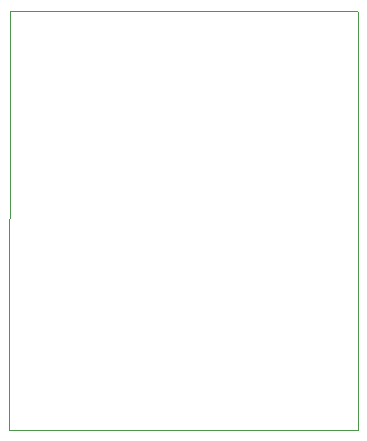
<source format=gbr>
%FSLAX32Y32*%
%MOMM*%
%LNKONTUR*%
G71*
G01*
%ADD10C, 0.10*%
%LPD*%
G54D10*
X1167Y4154D02*
X4104Y4154D01*
X4112Y4146D01*
X4112Y606D01*
X1159Y606D01*
X1167Y4154D01*
M02*

</source>
